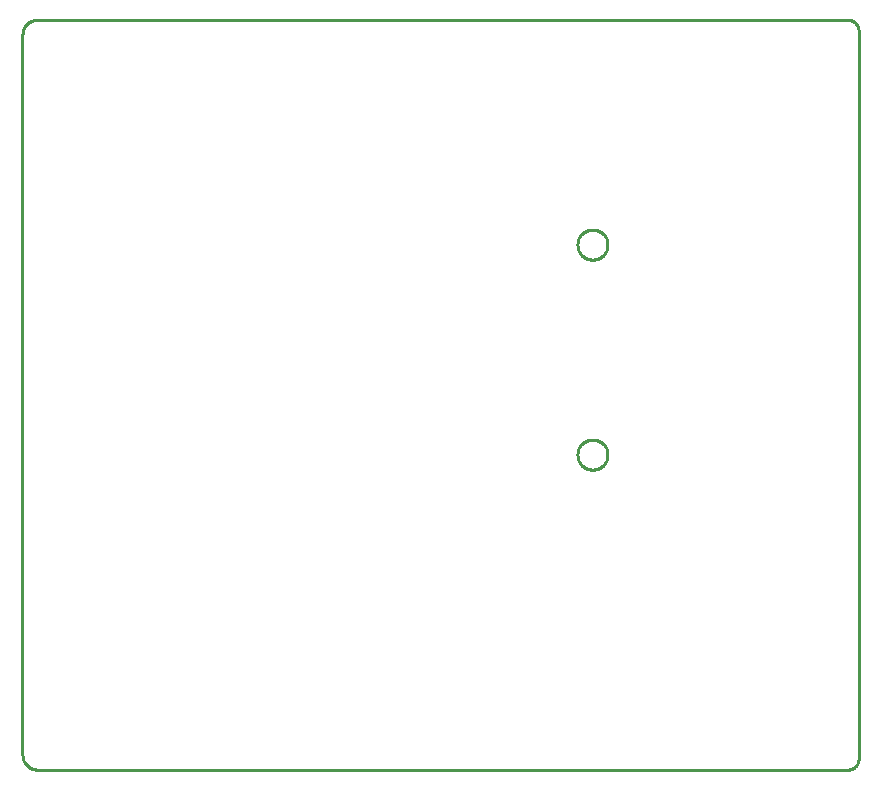
<source format=gbr>
G04 EAGLE Gerber X2 export*
G75*
%MOMM*%
%FSLAX34Y34*%
%LPD*%
%AMOC8*
5,1,8,0,0,1.08239X$1,22.5*%
G01*
%ADD10C,0.254000*%


D10*
X0Y76200D02*
X48Y75093D01*
X193Y73995D01*
X433Y72913D01*
X766Y71856D01*
X1190Y70833D01*
X1701Y69850D01*
X2297Y68916D01*
X2971Y68037D01*
X3720Y67220D01*
X4537Y66471D01*
X5416Y65797D01*
X6350Y65201D01*
X7333Y64690D01*
X8356Y64266D01*
X9413Y63933D01*
X10495Y63693D01*
X11593Y63548D01*
X12700Y63500D01*
X698500Y63500D01*
X699319Y63536D01*
X700132Y63643D01*
X700933Y63820D01*
X701715Y64067D01*
X702473Y64381D01*
X703200Y64759D01*
X703892Y65200D01*
X704542Y65699D01*
X705147Y66253D01*
X705701Y66858D01*
X706200Y67508D01*
X706641Y68200D01*
X707019Y68927D01*
X707333Y69685D01*
X707580Y70467D01*
X707757Y71268D01*
X707864Y72081D01*
X707900Y72900D01*
X707900Y689000D01*
X707864Y689819D01*
X707757Y690632D01*
X707580Y691433D01*
X707333Y692215D01*
X707019Y692973D01*
X706641Y693700D01*
X706200Y694392D01*
X705701Y695042D01*
X705147Y695647D01*
X704542Y696201D01*
X703892Y696700D01*
X703200Y697141D01*
X702473Y697519D01*
X701715Y697833D01*
X700933Y698080D01*
X700132Y698257D01*
X699319Y698364D01*
X698500Y698400D01*
X12600Y698400D01*
X11502Y698352D01*
X10412Y698209D01*
X9339Y697971D01*
X8291Y697640D01*
X7275Y697219D01*
X6300Y696712D01*
X5373Y696121D01*
X4501Y695452D01*
X3690Y694710D01*
X2948Y693899D01*
X2279Y693027D01*
X1688Y692100D01*
X1181Y691125D01*
X760Y690109D01*
X429Y689061D01*
X191Y687988D01*
X48Y686898D01*
X0Y685800D01*
X0Y76200D01*
X495300Y507501D02*
X495222Y506506D01*
X495066Y505520D01*
X494833Y504550D01*
X494524Y503601D01*
X494142Y502679D01*
X493689Y501790D01*
X493168Y500939D01*
X492581Y500131D01*
X491933Y499373D01*
X491227Y498667D01*
X490469Y498019D01*
X489661Y497432D01*
X488810Y496911D01*
X487921Y496458D01*
X486999Y496076D01*
X486050Y495767D01*
X485080Y495534D01*
X484094Y495378D01*
X483099Y495300D01*
X482101Y495300D01*
X481106Y495378D01*
X480120Y495534D01*
X479150Y495767D01*
X478201Y496076D01*
X477279Y496458D01*
X476390Y496911D01*
X475539Y497432D01*
X474731Y498019D01*
X473973Y498667D01*
X473267Y499373D01*
X472619Y500131D01*
X472032Y500939D01*
X471511Y501790D01*
X471058Y502679D01*
X470676Y503601D01*
X470367Y504550D01*
X470134Y505520D01*
X469978Y506506D01*
X469900Y507501D01*
X469900Y508499D01*
X469978Y509494D01*
X470134Y510480D01*
X470367Y511450D01*
X470676Y512399D01*
X471058Y513321D01*
X471511Y514210D01*
X472032Y515061D01*
X472619Y515869D01*
X473267Y516627D01*
X473973Y517333D01*
X474731Y517981D01*
X475539Y518568D01*
X476390Y519089D01*
X477279Y519542D01*
X478201Y519924D01*
X479150Y520233D01*
X480120Y520466D01*
X481106Y520622D01*
X482101Y520700D01*
X483099Y520700D01*
X484094Y520622D01*
X485080Y520466D01*
X486050Y520233D01*
X486999Y519924D01*
X487921Y519542D01*
X488810Y519089D01*
X489661Y518568D01*
X490469Y517981D01*
X491227Y517333D01*
X491933Y516627D01*
X492581Y515869D01*
X493168Y515061D01*
X493689Y514210D01*
X494142Y513321D01*
X494524Y512399D01*
X494833Y511450D01*
X495066Y510480D01*
X495222Y509494D01*
X495300Y508499D01*
X495300Y507501D01*
X495300Y329701D02*
X495222Y328706D01*
X495066Y327720D01*
X494833Y326750D01*
X494524Y325801D01*
X494142Y324879D01*
X493689Y323990D01*
X493168Y323139D01*
X492581Y322331D01*
X491933Y321573D01*
X491227Y320867D01*
X490469Y320219D01*
X489661Y319632D01*
X488810Y319111D01*
X487921Y318658D01*
X486999Y318276D01*
X486050Y317967D01*
X485080Y317734D01*
X484094Y317578D01*
X483099Y317500D01*
X482101Y317500D01*
X481106Y317578D01*
X480120Y317734D01*
X479150Y317967D01*
X478201Y318276D01*
X477279Y318658D01*
X476390Y319111D01*
X475539Y319632D01*
X474731Y320219D01*
X473973Y320867D01*
X473267Y321573D01*
X472619Y322331D01*
X472032Y323139D01*
X471511Y323990D01*
X471058Y324879D01*
X470676Y325801D01*
X470367Y326750D01*
X470134Y327720D01*
X469978Y328706D01*
X469900Y329701D01*
X469900Y330699D01*
X469978Y331694D01*
X470134Y332680D01*
X470367Y333650D01*
X470676Y334599D01*
X471058Y335521D01*
X471511Y336410D01*
X472032Y337261D01*
X472619Y338069D01*
X473267Y338827D01*
X473973Y339533D01*
X474731Y340181D01*
X475539Y340768D01*
X476390Y341289D01*
X477279Y341742D01*
X478201Y342124D01*
X479150Y342433D01*
X480120Y342666D01*
X481106Y342822D01*
X482101Y342900D01*
X483099Y342900D01*
X484094Y342822D01*
X485080Y342666D01*
X486050Y342433D01*
X486999Y342124D01*
X487921Y341742D01*
X488810Y341289D01*
X489661Y340768D01*
X490469Y340181D01*
X491227Y339533D01*
X491933Y338827D01*
X492581Y338069D01*
X493168Y337261D01*
X493689Y336410D01*
X494142Y335521D01*
X494524Y334599D01*
X494833Y333650D01*
X495066Y332680D01*
X495222Y331694D01*
X495300Y330699D01*
X495300Y329701D01*
M02*

</source>
